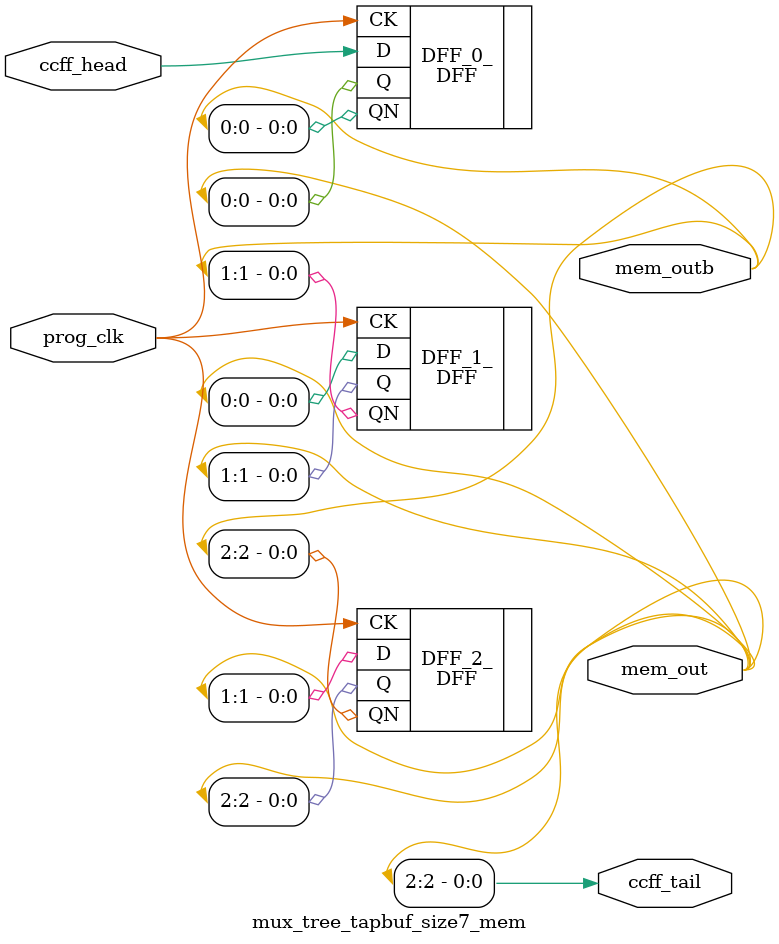
<source format=v>
/*verilator tracing_off*/
//Example
// ----- END Verilog module for mux_tree_tapbuf_size5_mem -----

//----- Default net type -----
`default_nettype wire




//----- Default net type -----
`default_nettype wire

// ----- Verilog module for mux_tree_tapbuf_size7_mem -----
module mux_tree_tapbuf_size7_mem(prog_clk,
                                 ccff_head,
                                 ccff_tail,
                                 mem_out,
                                 mem_outb);
//----- GLOBAL PORTS -----
input [0:0] prog_clk;
//----- INPUT PORTS -----
input [0:0] ccff_head;
//----- OUTPUT PORTS -----
output [0:0] ccff_tail;
//----- OUTPUT PORTS -----
output [0:2] mem_out;
//----- OUTPUT PORTS -----
output [0:2] mem_outb;

//----- BEGIN wire-connection ports -----
//----- END wire-connection ports -----


//----- BEGIN Registered ports -----
//----- END Registered ports -----



// ----- BEGIN Local short connections -----
// ----- END Local short connections -----
// ----- BEGIN Local output short connections -----
	assign ccff_tail[0] = mem_out[2];
// ----- END Local output short connections -----

	DFF DFF_0_ (
		.CK(prog_clk),
		.D(ccff_head),
		.Q(mem_out[0]),
		.QN(mem_outb[0]));

	DFF DFF_1_ (
		.CK(prog_clk),
		.D(mem_out[0]),
		.Q(mem_out[1]),
		.QN(mem_outb[1]));

	DFF DFF_2_ (
		.CK(prog_clk),
		.D(mem_out[1]),
		.Q(mem_out[2]),
		.QN(mem_outb[2]));

endmodule

</source>
